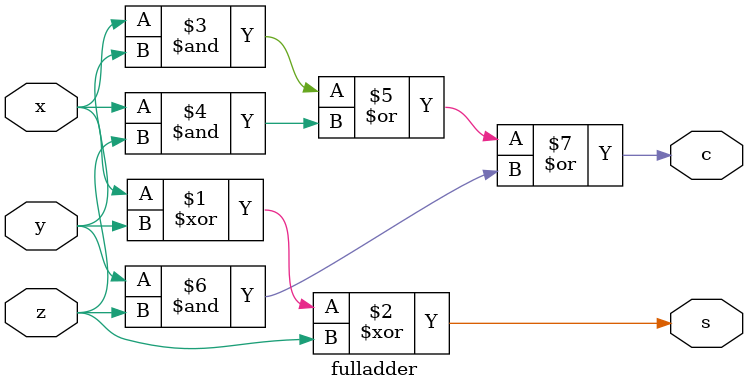
<source format=sv>

module fulladder(input logic x,y,z,
                 output logic s,c);
  assign s=x^y^z;
  assign c=(x&y)|(x&z)|(y&z);
endmodule

</source>
